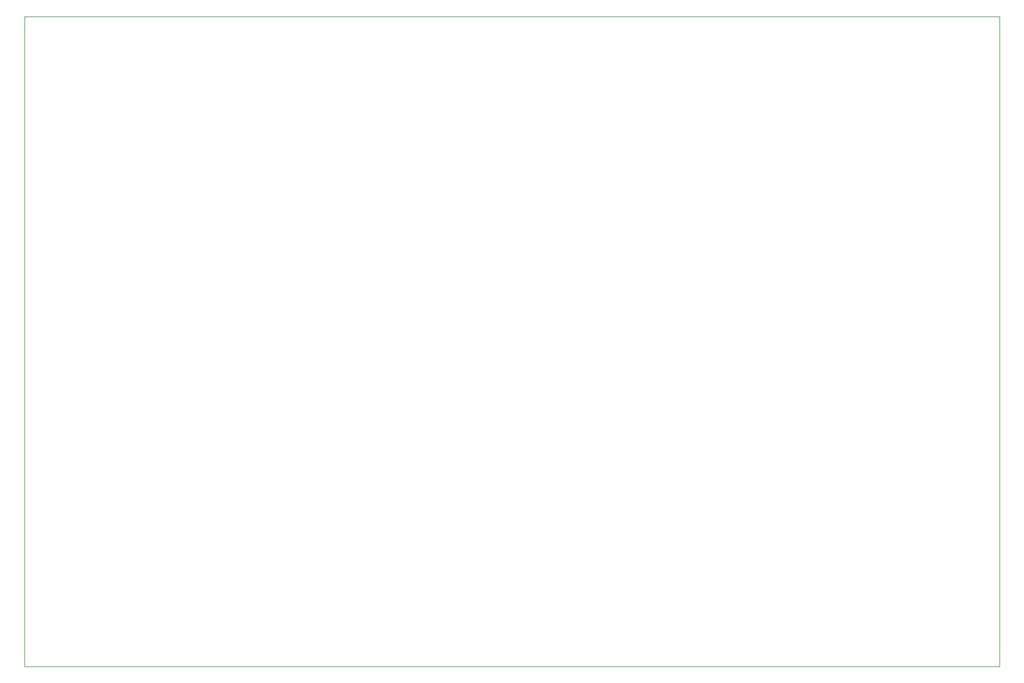
<source format=gko>
G04 Layer: BoardOutlineLayer*
G04 EasyEDA v6.5.22, 2023-01-15 02:32:39*
G04 0bdbfba1a4ec4b7484ebadf12ba1fff0,1155796f3fab4927abb0b91c794f2a8a,10*
G04 Gerber Generator version 0.2*
G04 Scale: 100 percent, Rotated: No, Reflected: No *
G04 Dimensions in millimeters *
G04 leading zeros omitted , absolute positions ,4 integer and 5 decimal *
%FSLAX45Y45*%
%MOMM*%

%ADD10C,0.1000*%
D10*
X88976Y9652000D02*
G01*
X76Y9652000D01*
X76Y-12700D01*
X25476Y-12700D01*
X14490776Y-12700D01*
X14490776Y9652000D01*
X14490776Y9652000D01*
X12776Y9652000D01*

%LPD*%
M02*

</source>
